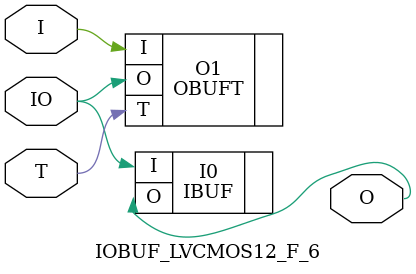
<source format=v>


`timescale  1 ps / 1 ps


module IOBUF_LVCMOS12_F_6 (O, IO, I, T);

    output O;

    inout  IO;

    input  I, T;

        OBUFT #(.IOSTANDARD("LVCMOS12"), .SLEW("FAST"), .DRIVE(6)) O1 (.O(IO), .I(I), .T(T)); 
	IBUF #(.IOSTANDARD("LVCMOS12"))  I0 (.O(O), .I(IO));
        

endmodule



</source>
